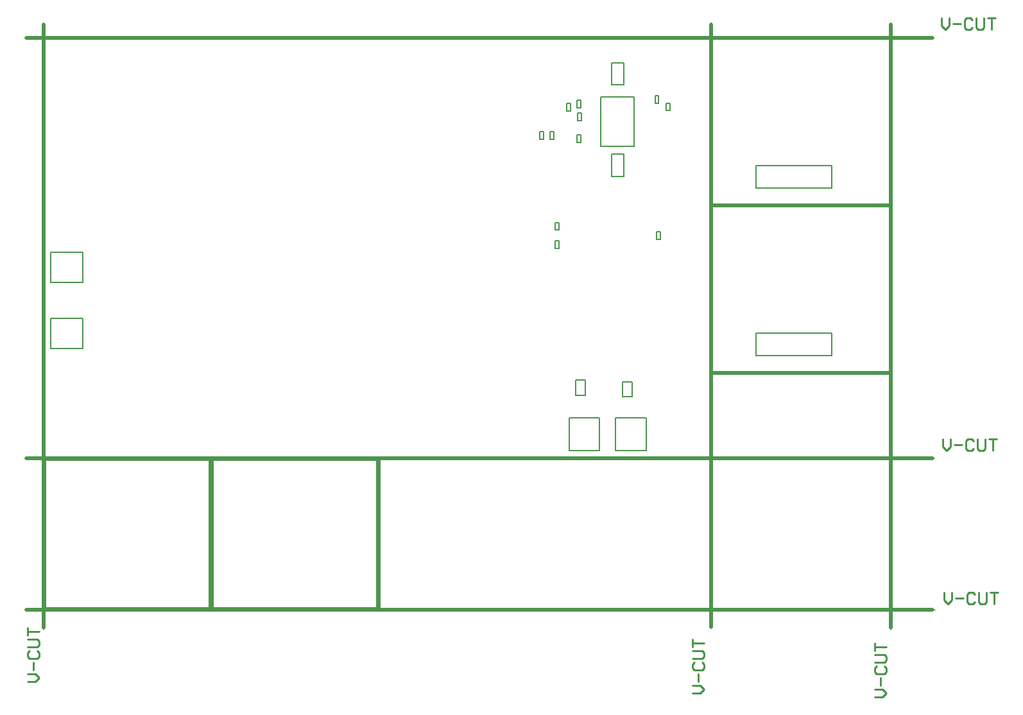
<source format=gm1>
G04*
G04 #@! TF.GenerationSoftware,Altium Limited,Altium Designer,24.2.2 (26)*
G04*
G04 Layer_Color=16711935*
%FSLAX42Y42*%
%MOMM*%
G71*
G04*
G04 #@! TF.SameCoordinates,76D319BD-C469-47C5-B3DC-DB0EE438ED8F*
G04*
G04*
G04 #@! TF.FilePolarity,Positive*
G04*
G01*
G75*
%ADD12C,0.25*%
%ADD15C,0.51*%
%ADD31C,0.15*%
%ADD32C,0.20*%
%ADD65C,0.03*%
D12*
X13Y71D02*
X114D01*
X165Y122D01*
X114Y173D01*
X13D01*
X89Y223D02*
Y325D01*
X38Y477D02*
X13Y452D01*
Y401D01*
X38Y376D01*
X140D01*
X165Y401D01*
Y452D01*
X140Y477D01*
X13Y528D02*
X140D01*
X165Y554D01*
Y604D01*
X140Y630D01*
X13D01*
Y681D02*
Y782D01*
Y731D01*
X165D01*
X12073Y8829D02*
Y8727D01*
X12123Y8677D01*
X12174Y8727D01*
Y8829D01*
X12225Y8753D02*
X12327D01*
X12479Y8804D02*
X12453Y8829D01*
X12403D01*
X12377Y8804D01*
Y8702D01*
X12403Y8677D01*
X12453D01*
X12479Y8702D01*
X12530Y8829D02*
Y8702D01*
X12555Y8677D01*
X12606D01*
X12631Y8702D01*
Y8829D01*
X12682D02*
X12784D01*
X12733D01*
Y8677D01*
X12093Y3269D02*
Y3167D01*
X12144Y3117D01*
X12195Y3167D01*
Y3269D01*
X12245Y3193D02*
X12347D01*
X12499Y3244D02*
X12474Y3269D01*
X12423D01*
X12398Y3244D01*
Y3142D01*
X12423Y3117D01*
X12474D01*
X12499Y3142D01*
X12550Y3269D02*
Y3142D01*
X12575Y3117D01*
X12626D01*
X12652Y3142D01*
Y3269D01*
X12702D02*
X12804D01*
X12753D01*
Y3117D01*
X8786Y-79D02*
X8887D01*
X8938Y-28D01*
X8887Y23D01*
X8786D01*
X8862Y74D02*
Y175D01*
X8811Y328D02*
X8786Y302D01*
Y251D01*
X8811Y226D01*
X8913D01*
X8938Y251D01*
Y302D01*
X8913Y328D01*
X8786Y378D02*
X8913D01*
X8938Y404D01*
Y454D01*
X8913Y480D01*
X8786D01*
Y531D02*
Y632D01*
Y581D01*
X8938D01*
X11191Y-132D02*
X11293D01*
X11344Y-81D01*
X11293Y-31D01*
X11191D01*
X11267Y20D02*
Y122D01*
X11217Y274D02*
X11191Y249D01*
Y198D01*
X11217Y173D01*
X11318D01*
X11344Y198D01*
Y249D01*
X11318Y274D01*
X11191Y325D02*
X11318D01*
X11344Y350D01*
Y401D01*
X11318Y427D01*
X11191D01*
Y477D02*
Y579D01*
Y528D01*
X11344D01*
X12106Y1251D02*
Y1149D01*
X12156Y1098D01*
X12207Y1149D01*
Y1251D01*
X12258Y1174D02*
X12360D01*
X12512Y1225D02*
X12487Y1251D01*
X12436D01*
X12410Y1225D01*
Y1124D01*
X12436Y1098D01*
X12487D01*
X12512Y1124D01*
X12563Y1251D02*
Y1124D01*
X12588Y1098D01*
X12639D01*
X12664Y1124D01*
Y1251D01*
X12715D02*
X12817D01*
X12766D01*
Y1098D01*
D15*
X11405Y8534D02*
G03*
X11379Y8560I-25J0D01*
G01*
X11405Y8534D02*
G03*
X11379Y8560I-25J0D01*
G01*
X11380Y6350D02*
G03*
X11405Y6375I-0J25D01*
G01*
X11380Y6350D02*
G03*
X11405Y6375I-0J25D01*
G01*
X9055Y8560D02*
G03*
X9030Y8535I0J-25D01*
G01*
X9055Y8560D02*
G03*
X9030Y8535I0J-25D01*
G01*
D02*
G03*
X9004Y8560I-25J-0D01*
G01*
X9030Y8535D02*
G03*
X9004Y8560I-25J-0D01*
G01*
X9030Y6375D02*
G03*
X9055Y6350I25J1D01*
G01*
D02*
G03*
X9030Y6325I0J-25D01*
G01*
Y6375D02*
G03*
X9055Y6350I25J1D01*
G01*
X11405Y6325D02*
G03*
X11380Y6350I-25J0D01*
G01*
X11405Y6325D02*
G03*
X11380Y6350I-25J0D01*
G01*
X11379Y4140D02*
G03*
X11405Y4166I0J25D01*
G01*
X11379Y4140D02*
G03*
X11405Y4166I0J25D01*
G01*
X9055Y6350D02*
G03*
X9030Y6325I0J-25D01*
G01*
X9030Y4165D02*
G03*
X9055Y4140I25J1D01*
G01*
X9030Y4165D02*
G03*
X9055Y4140I25J1D01*
G01*
X9004Y3015D02*
G03*
X9030Y3040I0J25D01*
G01*
X9004Y3015D02*
G03*
X9030Y3040I0J25D01*
G01*
X4651Y2990D02*
G03*
X4626Y3015I-25J0D01*
G01*
X2466D02*
G03*
X2441Y2990I1J-25D01*
G01*
X4651Y2990D02*
G03*
X4626Y3015I-25J0D01*
G01*
X2466D02*
G03*
X2441Y2990I1J-25D01*
G01*
X257Y8560D02*
G03*
X231Y8534I0J-25D01*
G01*
X257Y8560D02*
G03*
X231Y8534I0J-25D01*
G01*
Y3040D02*
G03*
X256Y3015I25J0D01*
G01*
X231Y3040D02*
G03*
X256Y3015I25J0D01*
G01*
X2441Y2990D02*
G03*
X2416Y3015I-25J-0D01*
G01*
X2441Y2990D02*
G03*
X2416Y3015I-25J-0D01*
G01*
X256Y3015D02*
G03*
X231Y2990I0J-25D01*
G01*
X2441Y1046D02*
G03*
X2466Y1021I25J0D01*
G01*
X4625D02*
G03*
X4651Y1046I0J25D01*
G01*
X4625Y1021D02*
G03*
X4651Y1046I0J25D01*
G01*
X2441Y1046D02*
G03*
X2466Y1021I25J0D01*
G01*
X256Y3015D02*
G03*
X231Y2990I0J-25D01*
G01*
X2416Y1021D02*
G03*
X2441Y1046I0J25D01*
G01*
X2416Y1021D02*
G03*
X2441Y1046I0J25D01*
G01*
X231Y1046D02*
G03*
X257Y1021I25J0D01*
G01*
X231Y1046D02*
G03*
X257Y1021I25J0D01*
G01*
X11405Y8534D02*
G03*
X11379Y8560I-25J0D01*
G01*
X11405Y8534D02*
G03*
X11379Y8560I-25J0D01*
G01*
X11380Y6350D02*
G03*
X11405Y6375I-0J25D01*
G01*
X11380Y6350D02*
G03*
X11405Y6375I-0J25D01*
G01*
X9055Y8560D02*
G03*
X9030Y8535I0J-25D01*
G01*
X9055Y8560D02*
G03*
X9030Y8535I0J-25D01*
G01*
D02*
G03*
X9004Y8560I-25J-0D01*
G01*
X9030Y8535D02*
G03*
X9004Y8560I-25J-0D01*
G01*
X9030Y6375D02*
G03*
X9055Y6350I25J1D01*
G01*
D02*
G03*
X9030Y6325I0J-25D01*
G01*
Y6375D02*
G03*
X9055Y6350I25J1D01*
G01*
X11405Y6325D02*
G03*
X11380Y6350I-25J0D01*
G01*
X11405Y6325D02*
G03*
X11380Y6350I-25J0D01*
G01*
X11379Y4140D02*
G03*
X11405Y4166I0J25D01*
G01*
X11379Y4140D02*
G03*
X11405Y4166I0J25D01*
G01*
X9055Y6350D02*
G03*
X9030Y6325I0J-25D01*
G01*
X9030Y4165D02*
G03*
X9055Y4140I25J1D01*
G01*
X9030Y4165D02*
G03*
X9055Y4140I25J1D01*
G01*
X9004Y3015D02*
G03*
X9030Y3040I0J25D01*
G01*
X9004Y3015D02*
G03*
X9030Y3040I0J25D01*
G01*
X4651Y2990D02*
G03*
X4626Y3015I-25J0D01*
G01*
X2466D02*
G03*
X2441Y2990I1J-25D01*
G01*
X4651Y2990D02*
G03*
X4626Y3015I-25J0D01*
G01*
X2466D02*
G03*
X2441Y2990I1J-25D01*
G01*
X257Y8560D02*
G03*
X231Y8534I0J-25D01*
G01*
X257Y8560D02*
G03*
X231Y8534I0J-25D01*
G01*
Y3040D02*
G03*
X256Y3015I25J0D01*
G01*
X231Y3040D02*
G03*
X256Y3015I25J0D01*
G01*
X2441Y2990D02*
G03*
X2416Y3015I-25J-0D01*
G01*
X2441Y2990D02*
G03*
X2416Y3015I-25J-0D01*
G01*
X256Y3015D02*
G03*
X231Y2990I0J-25D01*
G01*
X2441Y1046D02*
G03*
X2466Y1021I25J0D01*
G01*
X4625D02*
G03*
X4651Y1046I0J25D01*
G01*
X4625Y1021D02*
G03*
X4651Y1046I0J25D01*
G01*
X2441Y1046D02*
G03*
X2466Y1021I25J0D01*
G01*
X256Y3015D02*
G03*
X231Y2990I0J-25D01*
G01*
X2416Y1021D02*
G03*
X2441Y1046I0J25D01*
G01*
X2416Y1021D02*
G03*
X2441Y1046I0J25D01*
G01*
X231Y1046D02*
G03*
X257Y1021I25J0D01*
G01*
X231Y1046D02*
G03*
X257Y1021I25J0D01*
G01*
X11405Y6375D02*
Y8534D01*
X9055Y8560D02*
X11379D01*
X11405Y4166D02*
Y6325D01*
X9055Y4140D02*
X11379D01*
X9030Y6325D02*
Y6375D01*
X9030Y3040D02*
Y4165D01*
X4651Y1046D02*
Y2990D01*
X257Y8560D02*
X9004D01*
X4626Y3015D02*
X9004D01*
X2416D02*
X2466D01*
X231Y3040D02*
Y8534D01*
X2466Y1021D02*
X4625D01*
X231Y1046D02*
Y2990D01*
X257Y1021D02*
X2416D01*
X11405Y6375D02*
Y8534D01*
X9055Y8560D02*
X11379D01*
X11405Y4166D02*
Y6325D01*
X9055Y4140D02*
X11379D01*
X9030Y6325D02*
Y6375D01*
X9030Y3040D02*
Y4165D01*
X4651Y1046D02*
Y2990D01*
X257Y8560D02*
X9004D01*
X4626Y3015D02*
X9004D01*
X2416D02*
X2466D01*
X231Y3040D02*
Y8534D01*
X2466Y1021D02*
X4625D01*
X231Y1046D02*
Y2990D01*
X257Y1021D02*
X2416D01*
X9030Y4140D02*
X11402D01*
X9030Y6350D02*
X11397D01*
X4651Y1021D02*
Y3015D01*
X2441Y1021D02*
Y3015D01*
X0Y1021D02*
X11958D01*
X9030Y787D02*
Y8738D01*
X11402Y785D02*
Y8740D01*
X231Y8738D02*
X231Y785D01*
X0Y3015D02*
X11956Y3015D01*
X0Y8560D02*
X11958D01*
D31*
X256Y2990D02*
X2415D01*
X256Y1047D02*
Y2990D01*
Y1047D02*
X2415D01*
Y2990D01*
X2466D02*
X4625D01*
X2466Y1047D02*
Y2990D01*
Y1047D02*
X4625D01*
Y2990D01*
D32*
X10622Y4376D02*
Y4666D01*
X9622D02*
X10622D01*
X9622Y4376D02*
Y4666D01*
Y4376D02*
X10622D01*
Y6586D02*
Y6876D01*
X9622D02*
X10622D01*
X9622Y6586D02*
Y6876D01*
Y6586D02*
X10622D01*
X319Y5737D02*
X744D01*
X319Y5337D02*
Y5737D01*
Y5337D02*
X744D01*
Y5737D01*
X319Y4866D02*
X744D01*
X319Y4466D02*
Y4866D01*
Y4466D02*
X744D01*
Y4866D01*
X7775Y3123D02*
Y3548D01*
Y3123D02*
X8175D01*
Y3548D01*
X7775D02*
X8175D01*
X7163Y3123D02*
Y3548D01*
Y3123D02*
X7563D01*
Y3548D01*
X7163D02*
X7563D01*
X7580Y7135D02*
Y7785D01*
Y7135D02*
X8020D01*
Y7785D01*
X7580D02*
X8020D01*
X7880Y7942D02*
Y8232D01*
X7720D02*
X7880D01*
X7720Y7942D02*
Y8232D01*
Y7942D02*
X7880D01*
X6772Y7224D02*
X6822D01*
Y7324D01*
X6772D02*
X6822D01*
X6772Y7224D02*
Y7324D01*
X6909D02*
X6959D01*
X6909Y7224D02*
Y7324D01*
Y7224D02*
X6959D01*
Y7324D01*
X8441Y7703D02*
X8491D01*
X8441Y7603D02*
Y7703D01*
Y7603D02*
X8491D01*
Y7703D01*
X7272Y7470D02*
X7327D01*
Y7575D01*
X7272D02*
X7327D01*
X7272Y7470D02*
Y7575D01*
X7267Y7284D02*
X7317D01*
X7267Y7184D02*
Y7284D01*
Y7184D02*
X7317D01*
Y7284D01*
X7125Y7701D02*
X7180D01*
X7125Y7596D02*
Y7701D01*
Y7596D02*
X7180D01*
Y7701D01*
X8294Y7699D02*
X8343D01*
Y7799D01*
X8294D02*
X8343D01*
X8294Y7699D02*
Y7799D01*
X7267Y7641D02*
X7317D01*
Y7741D01*
X7267D02*
X7317D01*
X7267Y7641D02*
Y7741D01*
X7720Y6738D02*
Y7028D01*
Y6738D02*
X7880D01*
Y7028D01*
X7720D02*
X7880D01*
X6975Y5789D02*
X7025D01*
Y5889D01*
X6975D02*
X7025D01*
X6975Y5789D02*
Y5889D01*
Y6028D02*
X7025D01*
Y6128D01*
X6975D02*
X7025D01*
X6975Y6028D02*
Y6128D01*
X8314Y5908D02*
X8364D01*
Y6008D01*
X8314D02*
X8364D01*
X8314Y5908D02*
Y6008D01*
X7865Y4029D02*
X7990D01*
X7865Y3829D02*
Y4029D01*
Y3829D02*
X7990D01*
Y4029D01*
X7245Y4048D02*
X7370D01*
X7245Y3848D02*
Y4048D01*
Y3848D02*
X7370D01*
Y4048D01*
D65*
X11402Y759D02*
Y8766D01*
X-25Y3015D02*
X11981D01*
X-25Y1021D02*
X11984D01*
X231Y759D02*
Y8763D01*
X0Y8560D02*
X11958D01*
X9030Y787D02*
Y8763D01*
M02*

</source>
